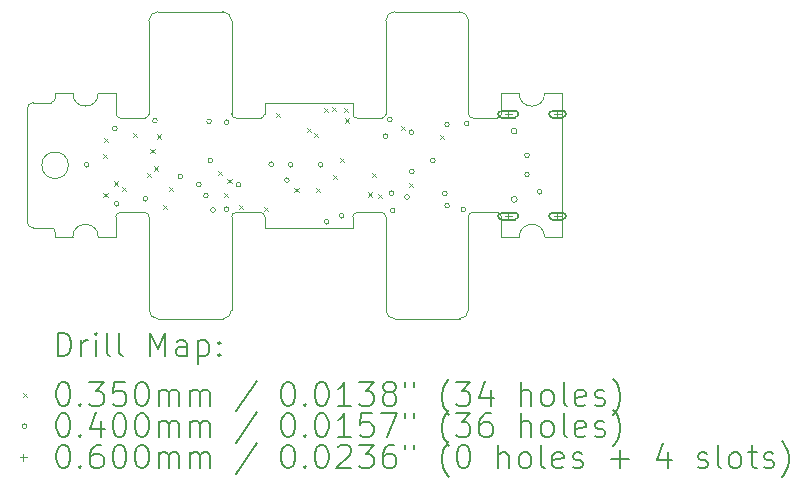
<source format=gbr>
%TF.GenerationSoftware,KiCad,Pcbnew,7.0.6*%
%TF.CreationDate,2023-09-06T22:26:21-07:00*%
%TF.ProjectId,GCP-2,4743502d-322e-46b6-9963-61645f706362,rev?*%
%TF.SameCoordinates,Original*%
%TF.FileFunction,Drillmap*%
%TF.FilePolarity,Positive*%
%FSLAX45Y45*%
G04 Gerber Fmt 4.5, Leading zero omitted, Abs format (unit mm)*
G04 Created by KiCad (PCBNEW 7.0.6) date 2023-09-06 22:26:21*
%MOMM*%
%LPD*%
G01*
G04 APERTURE LIST*
%ADD10C,0.100000*%
%ADD11C,0.200000*%
%ADD12C,0.035000*%
%ADD13C,0.040000*%
%ADD14C,0.060000*%
G04 APERTURE END LIST*
D10*
X22111878Y-14076559D02*
X22111878Y-15292100D01*
X19236900Y-15984330D02*
G75*
G03*
X19311900Y-15909329I0J75000D01*
G01*
X21561478Y-14284328D02*
G75*
G03*
X21596478Y-14249329I2J34998D01*
G01*
X18182111Y-15292100D02*
G75*
G03*
X17967111Y-15292100I-107500J0D01*
G01*
X20337321Y-14249329D02*
G75*
G03*
X20372322Y-14284329I35000J-1D01*
G01*
X17631900Y-14154060D02*
G75*
G03*
X17581900Y-14204059I0J-50000D01*
G01*
X20372322Y-15084332D02*
G75*
G03*
X20337322Y-15119329I-2J-34998D01*
G01*
X17781900Y-14154059D02*
X17631900Y-14154059D01*
X21316900Y-13459329D02*
X21316900Y-14249329D01*
X21241900Y-15984330D02*
G75*
G03*
X21316900Y-15909329I0J75000D01*
G01*
X18367322Y-15084332D02*
G75*
G03*
X18332322Y-15119329I-2J-34998D01*
G01*
X18576900Y-14284330D02*
G75*
G03*
X18611900Y-14249329I0J35000D01*
G01*
X17816900Y-15249600D02*
G75*
G03*
X17781900Y-15214600I-35000J0D01*
G01*
X20616901Y-15909329D02*
G75*
G03*
X20691900Y-15984329I75000J-1D01*
G01*
X18686900Y-13384329D02*
X19236900Y-13384329D01*
X21746683Y-14076559D02*
G75*
G03*
X21961683Y-14076559I107500J0D01*
G01*
X17816900Y-14119059D02*
X17816900Y-14076559D01*
X19236900Y-15984329D02*
X18686900Y-15984329D01*
X18611900Y-15909329D02*
X18611900Y-15119329D01*
X19311901Y-14249329D02*
G75*
G03*
X19346900Y-14284329I35000J-1D01*
G01*
X21961683Y-14076559D02*
X22111878Y-14076559D01*
X20581900Y-15084329D02*
X20372322Y-15084329D01*
X21316900Y-15119329D02*
X21316900Y-15909329D01*
X18332322Y-15119329D02*
X18332322Y-15292100D01*
X18576900Y-15084329D02*
X18367322Y-15084329D01*
X19591478Y-15214600D02*
X20337322Y-15214600D01*
X20616900Y-15909329D02*
X20616900Y-15119329D01*
X18367322Y-14284329D02*
X18576900Y-14284329D01*
X17816900Y-15249600D02*
X17816900Y-15292100D01*
X18332321Y-14249329D02*
G75*
G03*
X18367322Y-14284329I35000J-1D01*
G01*
X18611901Y-15909329D02*
G75*
G03*
X18686900Y-15984329I75000J-1D01*
G01*
X21596481Y-15119329D02*
G75*
G03*
X21561478Y-15084329I-35001J-1D01*
G01*
X19591478Y-14249329D02*
X19591478Y-14154059D01*
X17781900Y-15214600D02*
X17631900Y-15214600D01*
X21596478Y-14249329D02*
X21596478Y-14076559D01*
X19591478Y-15214600D02*
X19591478Y-15119329D01*
X21351900Y-14284329D02*
X21561478Y-14284329D01*
X21746689Y-15292100D02*
X21596478Y-15292100D01*
X17967111Y-14076559D02*
G75*
G03*
X18182111Y-14076559I107500J0D01*
G01*
X20337322Y-15119329D02*
X20337322Y-15214600D01*
X17967111Y-15292100D02*
X17816900Y-15292100D01*
X21351900Y-15084330D02*
G75*
G03*
X21316900Y-15119329I0J-35000D01*
G01*
X20691900Y-13384329D02*
X21241900Y-13384329D01*
X17781900Y-14154060D02*
G75*
G03*
X17816900Y-14119059I0J35000D01*
G01*
X21316901Y-14249329D02*
G75*
G03*
X21351900Y-14284329I35000J-1D01*
G01*
X21561478Y-15084329D02*
X21351900Y-15084329D01*
X19346900Y-14284329D02*
X19556478Y-14284329D01*
X19311900Y-15119329D02*
X19311900Y-15909329D01*
X18611900Y-14249329D02*
X18611900Y-13459329D01*
X18182111Y-15292100D02*
X18332322Y-15292100D01*
X20616901Y-15119329D02*
G75*
G03*
X20581900Y-15084329I-35001J-1D01*
G01*
X17581900Y-15164600D02*
G75*
G03*
X17631900Y-15214600I50000J0D01*
G01*
X21961689Y-15292100D02*
G75*
G03*
X21746689Y-15292100I-107500J0D01*
G01*
X21316901Y-13459329D02*
G75*
G03*
X21241900Y-13384329I-75001J-1D01*
G01*
X20616900Y-14249329D02*
X20616900Y-13459329D01*
X19556478Y-14284328D02*
G75*
G03*
X19591478Y-14249329I2J34998D01*
G01*
X19591481Y-15119329D02*
G75*
G03*
X19556478Y-15084329I-35001J-1D01*
G01*
X19346900Y-15084330D02*
G75*
G03*
X19311900Y-15119329I0J-35000D01*
G01*
X19311901Y-13459329D02*
G75*
G03*
X19236900Y-13384329I-75001J-1D01*
G01*
X18686900Y-13384330D02*
G75*
G03*
X18611900Y-13459329I0J-75000D01*
G01*
X21728878Y-14395329D02*
G75*
G03*
X21728878Y-14395329I-25000J0D01*
G01*
X18182111Y-14076559D02*
X18332322Y-14076559D01*
X20337322Y-14154059D02*
X20337322Y-14249329D01*
X20581900Y-14284330D02*
G75*
G03*
X20616900Y-14249329I0J35000D01*
G01*
X18332322Y-14076559D02*
X18332322Y-14249329D01*
X20372322Y-14284329D02*
X20581900Y-14284329D01*
X21961689Y-15292100D02*
X22111878Y-15292100D01*
X18611901Y-15119329D02*
G75*
G03*
X18576900Y-15084329I-35001J-1D01*
G01*
X20691900Y-13384330D02*
G75*
G03*
X20616900Y-13459329I0J-75000D01*
G01*
X17581900Y-14204059D02*
X17581900Y-15164600D01*
X21596478Y-15292100D02*
X21596478Y-15119329D01*
X17967111Y-14076559D02*
X17816900Y-14076559D01*
X19556478Y-15084329D02*
X19346900Y-15084329D01*
X21728878Y-14973329D02*
G75*
G03*
X21728878Y-14973329I-25000J0D01*
G01*
X20337322Y-14154059D02*
X19591478Y-14154059D01*
X19311900Y-13459329D02*
X19311900Y-14249329D01*
X17929400Y-14684329D02*
G75*
G03*
X17929400Y-14684329I-112500J0D01*
G01*
X21746683Y-14076559D02*
X21596478Y-14076559D01*
X21241900Y-15984329D02*
X20691900Y-15984329D01*
D11*
D12*
X18219700Y-14587500D02*
X18254700Y-14622500D01*
X18254700Y-14587500D02*
X18219700Y-14622500D01*
X18225962Y-14922292D02*
X18260962Y-14957292D01*
X18260962Y-14922292D02*
X18225962Y-14957292D01*
X18232691Y-14453947D02*
X18267691Y-14488947D01*
X18267691Y-14453947D02*
X18232691Y-14488947D01*
X18315453Y-14821079D02*
X18350453Y-14856079D01*
X18350453Y-14821079D02*
X18315453Y-14856079D01*
X18382888Y-14869728D02*
X18417888Y-14904728D01*
X18417888Y-14869728D02*
X18382888Y-14904728D01*
X18477005Y-14408923D02*
X18512005Y-14443923D01*
X18512005Y-14408923D02*
X18477005Y-14443923D01*
X18593089Y-14750303D02*
X18628089Y-14785303D01*
X18628089Y-14750303D02*
X18593089Y-14785303D01*
X18624397Y-14543668D02*
X18659397Y-14578668D01*
X18659397Y-14543668D02*
X18624397Y-14578668D01*
X18654920Y-14694847D02*
X18689920Y-14729847D01*
X18689920Y-14694847D02*
X18654920Y-14729847D01*
X18675833Y-14423918D02*
X18710833Y-14458918D01*
X18710833Y-14423918D02*
X18675833Y-14458918D01*
X18727700Y-15019300D02*
X18762700Y-15054300D01*
X18762700Y-15019300D02*
X18727700Y-15054300D01*
X18781648Y-14870720D02*
X18816648Y-14905720D01*
X18816648Y-14870720D02*
X18781648Y-14905720D01*
X19197247Y-14731969D02*
X19232247Y-14766969D01*
X19232247Y-14731969D02*
X19197247Y-14766969D01*
X19245596Y-14915611D02*
X19280596Y-14950611D01*
X19280596Y-14915611D02*
X19245596Y-14950611D01*
X19276158Y-14796995D02*
X19311158Y-14831995D01*
X19311158Y-14796995D02*
X19276158Y-14831995D01*
X19372338Y-15020745D02*
X19407338Y-15055745D01*
X19407338Y-15020745D02*
X19372338Y-15055745D01*
X19584757Y-15037604D02*
X19619757Y-15072604D01*
X19619757Y-15037604D02*
X19584757Y-15072604D01*
X19687981Y-14241965D02*
X19722981Y-14276965D01*
X19722981Y-14241965D02*
X19687981Y-14276965D01*
X19843116Y-14875856D02*
X19878116Y-14910856D01*
X19878116Y-14875856D02*
X19843116Y-14910856D01*
X19948986Y-14371617D02*
X19983986Y-14406617D01*
X19983986Y-14371617D02*
X19948986Y-14406617D01*
X20011282Y-14414005D02*
X20046282Y-14449005D01*
X20046282Y-14414005D02*
X20011282Y-14449005D01*
X20024127Y-14875313D02*
X20059127Y-14910313D01*
X20059127Y-14875313D02*
X20024127Y-14910313D01*
X20092217Y-14199583D02*
X20127217Y-14234583D01*
X20127217Y-14199583D02*
X20092217Y-14234583D01*
X20161883Y-14189287D02*
X20196883Y-14224287D01*
X20196883Y-14189287D02*
X20161883Y-14224287D01*
X20170812Y-14766616D02*
X20205812Y-14801616D01*
X20205812Y-14766616D02*
X20170812Y-14801616D01*
X20230382Y-14622433D02*
X20265382Y-14657433D01*
X20265382Y-14622433D02*
X20230382Y-14657433D01*
X20262071Y-14202774D02*
X20297071Y-14237774D01*
X20297071Y-14202774D02*
X20262071Y-14237774D01*
X20272668Y-14287870D02*
X20307668Y-14322870D01*
X20307668Y-14287870D02*
X20272668Y-14322870D01*
X20468964Y-14914311D02*
X20503964Y-14949311D01*
X20503964Y-14914311D02*
X20468964Y-14949311D01*
X20498002Y-14749437D02*
X20533002Y-14784437D01*
X20533002Y-14749437D02*
X20498002Y-14784437D01*
X20548440Y-14923704D02*
X20583440Y-14958704D01*
X20583440Y-14923704D02*
X20548440Y-14958704D01*
X20747498Y-14351942D02*
X20782498Y-14386942D01*
X20782498Y-14351942D02*
X20747498Y-14386942D01*
X20815580Y-14831340D02*
X20850580Y-14866340D01*
X20850580Y-14831340D02*
X20815580Y-14866340D01*
X21073273Y-14427554D02*
X21108273Y-14462554D01*
X21108273Y-14427554D02*
X21073273Y-14462554D01*
D13*
X18104800Y-14681200D02*
G75*
G03*
X18104800Y-14681200I-20000J0D01*
G01*
X18341920Y-14373784D02*
G75*
G03*
X18341920Y-14373784I-20000J0D01*
G01*
X18358800Y-15011400D02*
G75*
G03*
X18358800Y-15011400I-20000J0D01*
G01*
X18600501Y-14969141D02*
G75*
G03*
X18600501Y-14969141I-20000J0D01*
G01*
X18682894Y-14307024D02*
G75*
G03*
X18682894Y-14307024I-20000J0D01*
G01*
X18898141Y-14779170D02*
G75*
G03*
X18898141Y-14779170I-20000J0D01*
G01*
X19054204Y-14846530D02*
G75*
G03*
X19054204Y-14846530I-20000J0D01*
G01*
X19114135Y-14942263D02*
G75*
G03*
X19114135Y-14942263I-20000J0D01*
G01*
X19140756Y-14311872D02*
G75*
G03*
X19140756Y-14311872I-20000J0D01*
G01*
X19151856Y-14645179D02*
G75*
G03*
X19151856Y-14645179I-20000J0D01*
G01*
X19173531Y-15063022D02*
G75*
G03*
X19173531Y-15063022I-20000J0D01*
G01*
X19289230Y-15055580D02*
G75*
G03*
X19289230Y-15055580I-20000J0D01*
G01*
X19290316Y-14319820D02*
G75*
G03*
X19290316Y-14319820I-20000J0D01*
G01*
X19389570Y-14848661D02*
G75*
G03*
X19389570Y-14848661I-20000J0D01*
G01*
X19667076Y-14675130D02*
G75*
G03*
X19667076Y-14675130I-20000J0D01*
G01*
X19799187Y-14810322D02*
G75*
G03*
X19799187Y-14810322I-20000J0D01*
G01*
X19832000Y-14681200D02*
G75*
G03*
X19832000Y-14681200I-20000J0D01*
G01*
X20086000Y-14681200D02*
G75*
G03*
X20086000Y-14681200I-20000J0D01*
G01*
X20136800Y-15163800D02*
G75*
G03*
X20136800Y-15163800I-20000J0D01*
G01*
X20263800Y-15113000D02*
G75*
G03*
X20263800Y-15113000I-20000J0D01*
G01*
X20634556Y-14437926D02*
G75*
G03*
X20634556Y-14437926I-20000J0D01*
G01*
X20670682Y-14297276D02*
G75*
G03*
X20670682Y-14297276I-20000J0D01*
G01*
X20684940Y-14920850D02*
G75*
G03*
X20684940Y-14920850I-20000J0D01*
G01*
X20695064Y-15067756D02*
G75*
G03*
X20695064Y-15067756I-20000J0D01*
G01*
X20817144Y-14953487D02*
G75*
G03*
X20817144Y-14953487I-20000J0D01*
G01*
X20854391Y-14405525D02*
G75*
G03*
X20854391Y-14405525I-20000J0D01*
G01*
X20856792Y-14738824D02*
G75*
G03*
X20856792Y-14738824I-20000J0D01*
G01*
X21034287Y-14643650D02*
G75*
G03*
X21034287Y-14643650I-20000J0D01*
G01*
X21136134Y-14922613D02*
G75*
G03*
X21136134Y-14922613I-20000J0D01*
G01*
X21155413Y-14339498D02*
G75*
G03*
X21155413Y-14339498I-20000J0D01*
G01*
X21156272Y-15027391D02*
G75*
G03*
X21156272Y-15027391I-20000J0D01*
G01*
X21294122Y-15059103D02*
G75*
G03*
X21294122Y-15059103I-20000J0D01*
G01*
X21321632Y-14331409D02*
G75*
G03*
X21321632Y-14331409I-20000J0D01*
G01*
X21832877Y-14600272D02*
G75*
G03*
X21832877Y-14600272I-20000J0D01*
G01*
X21832877Y-14762317D02*
G75*
G03*
X21832877Y-14762317I-20000J0D01*
G01*
X21940200Y-14909800D02*
G75*
G03*
X21940200Y-14909800I-20000J0D01*
G01*
D14*
X21652619Y-14221095D02*
X21652619Y-14281095D01*
X21622619Y-14251095D02*
X21682619Y-14251095D01*
D11*
X21597619Y-14281095D02*
X21707619Y-14281095D01*
X21707619Y-14281095D02*
G75*
G03*
X21707619Y-14221095I0J30000D01*
G01*
X21707619Y-14221095D02*
X21597619Y-14221095D01*
X21597619Y-14221095D02*
G75*
G03*
X21597619Y-14281095I0J-30000D01*
G01*
D14*
X21652619Y-15085095D02*
X21652619Y-15145095D01*
X21622619Y-15115095D02*
X21682619Y-15115095D01*
D11*
X21597619Y-15145095D02*
X21707619Y-15145095D01*
X21707619Y-15145095D02*
G75*
G03*
X21707619Y-15085095I0J30000D01*
G01*
X21707619Y-15085095D02*
X21597619Y-15085095D01*
X21597619Y-15085095D02*
G75*
G03*
X21597619Y-15145095I0J-30000D01*
G01*
D14*
X22070619Y-14221095D02*
X22070619Y-14281095D01*
X22040619Y-14251095D02*
X22100619Y-14251095D01*
D11*
X22030619Y-14281095D02*
X22110619Y-14281095D01*
X22110619Y-14281095D02*
G75*
G03*
X22110619Y-14221095I0J30000D01*
G01*
X22110619Y-14221095D02*
X22030619Y-14221095D01*
X22030619Y-14221095D02*
G75*
G03*
X22030619Y-14281095I0J-30000D01*
G01*
D14*
X22070619Y-15085095D02*
X22070619Y-15145095D01*
X22040619Y-15115095D02*
X22100619Y-15115095D01*
D11*
X22030619Y-15145095D02*
X22110619Y-15145095D01*
X22110619Y-15145095D02*
G75*
G03*
X22110619Y-15085095I0J30000D01*
G01*
X22110619Y-15085095D02*
X22030619Y-15085095D01*
X22030619Y-15085095D02*
G75*
G03*
X22030619Y-15145095I0J-30000D01*
G01*
X17837677Y-16300813D02*
X17837677Y-16100813D01*
X17837677Y-16100813D02*
X17885296Y-16100813D01*
X17885296Y-16100813D02*
X17913867Y-16110337D01*
X17913867Y-16110337D02*
X17932915Y-16129385D01*
X17932915Y-16129385D02*
X17942439Y-16148432D01*
X17942439Y-16148432D02*
X17951963Y-16186527D01*
X17951963Y-16186527D02*
X17951963Y-16215099D01*
X17951963Y-16215099D02*
X17942439Y-16253194D01*
X17942439Y-16253194D02*
X17932915Y-16272242D01*
X17932915Y-16272242D02*
X17913867Y-16291289D01*
X17913867Y-16291289D02*
X17885296Y-16300813D01*
X17885296Y-16300813D02*
X17837677Y-16300813D01*
X18037677Y-16300813D02*
X18037677Y-16167480D01*
X18037677Y-16205575D02*
X18047201Y-16186527D01*
X18047201Y-16186527D02*
X18056724Y-16177004D01*
X18056724Y-16177004D02*
X18075772Y-16167480D01*
X18075772Y-16167480D02*
X18094820Y-16167480D01*
X18161486Y-16300813D02*
X18161486Y-16167480D01*
X18161486Y-16100813D02*
X18151963Y-16110337D01*
X18151963Y-16110337D02*
X18161486Y-16119861D01*
X18161486Y-16119861D02*
X18171010Y-16110337D01*
X18171010Y-16110337D02*
X18161486Y-16100813D01*
X18161486Y-16100813D02*
X18161486Y-16119861D01*
X18285296Y-16300813D02*
X18266248Y-16291289D01*
X18266248Y-16291289D02*
X18256724Y-16272242D01*
X18256724Y-16272242D02*
X18256724Y-16100813D01*
X18390058Y-16300813D02*
X18371010Y-16291289D01*
X18371010Y-16291289D02*
X18361486Y-16272242D01*
X18361486Y-16272242D02*
X18361486Y-16100813D01*
X18618629Y-16300813D02*
X18618629Y-16100813D01*
X18618629Y-16100813D02*
X18685296Y-16243670D01*
X18685296Y-16243670D02*
X18751963Y-16100813D01*
X18751963Y-16100813D02*
X18751963Y-16300813D01*
X18932915Y-16300813D02*
X18932915Y-16196051D01*
X18932915Y-16196051D02*
X18923391Y-16177004D01*
X18923391Y-16177004D02*
X18904344Y-16167480D01*
X18904344Y-16167480D02*
X18866248Y-16167480D01*
X18866248Y-16167480D02*
X18847201Y-16177004D01*
X18932915Y-16291289D02*
X18913867Y-16300813D01*
X18913867Y-16300813D02*
X18866248Y-16300813D01*
X18866248Y-16300813D02*
X18847201Y-16291289D01*
X18847201Y-16291289D02*
X18837677Y-16272242D01*
X18837677Y-16272242D02*
X18837677Y-16253194D01*
X18837677Y-16253194D02*
X18847201Y-16234147D01*
X18847201Y-16234147D02*
X18866248Y-16224623D01*
X18866248Y-16224623D02*
X18913867Y-16224623D01*
X18913867Y-16224623D02*
X18932915Y-16215099D01*
X19028153Y-16167480D02*
X19028153Y-16367480D01*
X19028153Y-16177004D02*
X19047201Y-16167480D01*
X19047201Y-16167480D02*
X19085296Y-16167480D01*
X19085296Y-16167480D02*
X19104344Y-16177004D01*
X19104344Y-16177004D02*
X19113867Y-16186527D01*
X19113867Y-16186527D02*
X19123391Y-16205575D01*
X19123391Y-16205575D02*
X19123391Y-16262718D01*
X19123391Y-16262718D02*
X19113867Y-16281766D01*
X19113867Y-16281766D02*
X19104344Y-16291289D01*
X19104344Y-16291289D02*
X19085296Y-16300813D01*
X19085296Y-16300813D02*
X19047201Y-16300813D01*
X19047201Y-16300813D02*
X19028153Y-16291289D01*
X19209105Y-16281766D02*
X19218629Y-16291289D01*
X19218629Y-16291289D02*
X19209105Y-16300813D01*
X19209105Y-16300813D02*
X19199582Y-16291289D01*
X19199582Y-16291289D02*
X19209105Y-16281766D01*
X19209105Y-16281766D02*
X19209105Y-16300813D01*
X19209105Y-16177004D02*
X19218629Y-16186527D01*
X19218629Y-16186527D02*
X19209105Y-16196051D01*
X19209105Y-16196051D02*
X19199582Y-16186527D01*
X19199582Y-16186527D02*
X19209105Y-16177004D01*
X19209105Y-16177004D02*
X19209105Y-16196051D01*
D12*
X17541900Y-16611829D02*
X17576900Y-16646829D01*
X17576900Y-16611829D02*
X17541900Y-16646829D01*
D11*
X17875772Y-16520813D02*
X17894820Y-16520813D01*
X17894820Y-16520813D02*
X17913867Y-16530337D01*
X17913867Y-16530337D02*
X17923391Y-16539861D01*
X17923391Y-16539861D02*
X17932915Y-16558908D01*
X17932915Y-16558908D02*
X17942439Y-16597004D01*
X17942439Y-16597004D02*
X17942439Y-16644623D01*
X17942439Y-16644623D02*
X17932915Y-16682718D01*
X17932915Y-16682718D02*
X17923391Y-16701766D01*
X17923391Y-16701766D02*
X17913867Y-16711289D01*
X17913867Y-16711289D02*
X17894820Y-16720813D01*
X17894820Y-16720813D02*
X17875772Y-16720813D01*
X17875772Y-16720813D02*
X17856724Y-16711289D01*
X17856724Y-16711289D02*
X17847201Y-16701766D01*
X17847201Y-16701766D02*
X17837677Y-16682718D01*
X17837677Y-16682718D02*
X17828153Y-16644623D01*
X17828153Y-16644623D02*
X17828153Y-16597004D01*
X17828153Y-16597004D02*
X17837677Y-16558908D01*
X17837677Y-16558908D02*
X17847201Y-16539861D01*
X17847201Y-16539861D02*
X17856724Y-16530337D01*
X17856724Y-16530337D02*
X17875772Y-16520813D01*
X18028153Y-16701766D02*
X18037677Y-16711289D01*
X18037677Y-16711289D02*
X18028153Y-16720813D01*
X18028153Y-16720813D02*
X18018629Y-16711289D01*
X18018629Y-16711289D02*
X18028153Y-16701766D01*
X18028153Y-16701766D02*
X18028153Y-16720813D01*
X18104344Y-16520813D02*
X18228153Y-16520813D01*
X18228153Y-16520813D02*
X18161486Y-16597004D01*
X18161486Y-16597004D02*
X18190058Y-16597004D01*
X18190058Y-16597004D02*
X18209105Y-16606527D01*
X18209105Y-16606527D02*
X18218629Y-16616051D01*
X18218629Y-16616051D02*
X18228153Y-16635099D01*
X18228153Y-16635099D02*
X18228153Y-16682718D01*
X18228153Y-16682718D02*
X18218629Y-16701766D01*
X18218629Y-16701766D02*
X18209105Y-16711289D01*
X18209105Y-16711289D02*
X18190058Y-16720813D01*
X18190058Y-16720813D02*
X18132915Y-16720813D01*
X18132915Y-16720813D02*
X18113867Y-16711289D01*
X18113867Y-16711289D02*
X18104344Y-16701766D01*
X18409105Y-16520813D02*
X18313867Y-16520813D01*
X18313867Y-16520813D02*
X18304344Y-16616051D01*
X18304344Y-16616051D02*
X18313867Y-16606527D01*
X18313867Y-16606527D02*
X18332915Y-16597004D01*
X18332915Y-16597004D02*
X18380534Y-16597004D01*
X18380534Y-16597004D02*
X18399582Y-16606527D01*
X18399582Y-16606527D02*
X18409105Y-16616051D01*
X18409105Y-16616051D02*
X18418629Y-16635099D01*
X18418629Y-16635099D02*
X18418629Y-16682718D01*
X18418629Y-16682718D02*
X18409105Y-16701766D01*
X18409105Y-16701766D02*
X18399582Y-16711289D01*
X18399582Y-16711289D02*
X18380534Y-16720813D01*
X18380534Y-16720813D02*
X18332915Y-16720813D01*
X18332915Y-16720813D02*
X18313867Y-16711289D01*
X18313867Y-16711289D02*
X18304344Y-16701766D01*
X18542439Y-16520813D02*
X18561486Y-16520813D01*
X18561486Y-16520813D02*
X18580534Y-16530337D01*
X18580534Y-16530337D02*
X18590058Y-16539861D01*
X18590058Y-16539861D02*
X18599582Y-16558908D01*
X18599582Y-16558908D02*
X18609105Y-16597004D01*
X18609105Y-16597004D02*
X18609105Y-16644623D01*
X18609105Y-16644623D02*
X18599582Y-16682718D01*
X18599582Y-16682718D02*
X18590058Y-16701766D01*
X18590058Y-16701766D02*
X18580534Y-16711289D01*
X18580534Y-16711289D02*
X18561486Y-16720813D01*
X18561486Y-16720813D02*
X18542439Y-16720813D01*
X18542439Y-16720813D02*
X18523391Y-16711289D01*
X18523391Y-16711289D02*
X18513867Y-16701766D01*
X18513867Y-16701766D02*
X18504344Y-16682718D01*
X18504344Y-16682718D02*
X18494820Y-16644623D01*
X18494820Y-16644623D02*
X18494820Y-16597004D01*
X18494820Y-16597004D02*
X18504344Y-16558908D01*
X18504344Y-16558908D02*
X18513867Y-16539861D01*
X18513867Y-16539861D02*
X18523391Y-16530337D01*
X18523391Y-16530337D02*
X18542439Y-16520813D01*
X18694820Y-16720813D02*
X18694820Y-16587480D01*
X18694820Y-16606527D02*
X18704344Y-16597004D01*
X18704344Y-16597004D02*
X18723391Y-16587480D01*
X18723391Y-16587480D02*
X18751963Y-16587480D01*
X18751963Y-16587480D02*
X18771010Y-16597004D01*
X18771010Y-16597004D02*
X18780534Y-16616051D01*
X18780534Y-16616051D02*
X18780534Y-16720813D01*
X18780534Y-16616051D02*
X18790058Y-16597004D01*
X18790058Y-16597004D02*
X18809105Y-16587480D01*
X18809105Y-16587480D02*
X18837677Y-16587480D01*
X18837677Y-16587480D02*
X18856725Y-16597004D01*
X18856725Y-16597004D02*
X18866248Y-16616051D01*
X18866248Y-16616051D02*
X18866248Y-16720813D01*
X18961486Y-16720813D02*
X18961486Y-16587480D01*
X18961486Y-16606527D02*
X18971010Y-16597004D01*
X18971010Y-16597004D02*
X18990058Y-16587480D01*
X18990058Y-16587480D02*
X19018629Y-16587480D01*
X19018629Y-16587480D02*
X19037677Y-16597004D01*
X19037677Y-16597004D02*
X19047201Y-16616051D01*
X19047201Y-16616051D02*
X19047201Y-16720813D01*
X19047201Y-16616051D02*
X19056725Y-16597004D01*
X19056725Y-16597004D02*
X19075772Y-16587480D01*
X19075772Y-16587480D02*
X19104344Y-16587480D01*
X19104344Y-16587480D02*
X19123391Y-16597004D01*
X19123391Y-16597004D02*
X19132915Y-16616051D01*
X19132915Y-16616051D02*
X19132915Y-16720813D01*
X19523391Y-16511289D02*
X19351963Y-16768432D01*
X19780534Y-16520813D02*
X19799582Y-16520813D01*
X19799582Y-16520813D02*
X19818629Y-16530337D01*
X19818629Y-16530337D02*
X19828153Y-16539861D01*
X19828153Y-16539861D02*
X19837677Y-16558908D01*
X19837677Y-16558908D02*
X19847201Y-16597004D01*
X19847201Y-16597004D02*
X19847201Y-16644623D01*
X19847201Y-16644623D02*
X19837677Y-16682718D01*
X19837677Y-16682718D02*
X19828153Y-16701766D01*
X19828153Y-16701766D02*
X19818629Y-16711289D01*
X19818629Y-16711289D02*
X19799582Y-16720813D01*
X19799582Y-16720813D02*
X19780534Y-16720813D01*
X19780534Y-16720813D02*
X19761487Y-16711289D01*
X19761487Y-16711289D02*
X19751963Y-16701766D01*
X19751963Y-16701766D02*
X19742439Y-16682718D01*
X19742439Y-16682718D02*
X19732915Y-16644623D01*
X19732915Y-16644623D02*
X19732915Y-16597004D01*
X19732915Y-16597004D02*
X19742439Y-16558908D01*
X19742439Y-16558908D02*
X19751963Y-16539861D01*
X19751963Y-16539861D02*
X19761487Y-16530337D01*
X19761487Y-16530337D02*
X19780534Y-16520813D01*
X19932915Y-16701766D02*
X19942439Y-16711289D01*
X19942439Y-16711289D02*
X19932915Y-16720813D01*
X19932915Y-16720813D02*
X19923391Y-16711289D01*
X19923391Y-16711289D02*
X19932915Y-16701766D01*
X19932915Y-16701766D02*
X19932915Y-16720813D01*
X20066248Y-16520813D02*
X20085296Y-16520813D01*
X20085296Y-16520813D02*
X20104344Y-16530337D01*
X20104344Y-16530337D02*
X20113868Y-16539861D01*
X20113868Y-16539861D02*
X20123391Y-16558908D01*
X20123391Y-16558908D02*
X20132915Y-16597004D01*
X20132915Y-16597004D02*
X20132915Y-16644623D01*
X20132915Y-16644623D02*
X20123391Y-16682718D01*
X20123391Y-16682718D02*
X20113868Y-16701766D01*
X20113868Y-16701766D02*
X20104344Y-16711289D01*
X20104344Y-16711289D02*
X20085296Y-16720813D01*
X20085296Y-16720813D02*
X20066248Y-16720813D01*
X20066248Y-16720813D02*
X20047201Y-16711289D01*
X20047201Y-16711289D02*
X20037677Y-16701766D01*
X20037677Y-16701766D02*
X20028153Y-16682718D01*
X20028153Y-16682718D02*
X20018629Y-16644623D01*
X20018629Y-16644623D02*
X20018629Y-16597004D01*
X20018629Y-16597004D02*
X20028153Y-16558908D01*
X20028153Y-16558908D02*
X20037677Y-16539861D01*
X20037677Y-16539861D02*
X20047201Y-16530337D01*
X20047201Y-16530337D02*
X20066248Y-16520813D01*
X20323391Y-16720813D02*
X20209106Y-16720813D01*
X20266248Y-16720813D02*
X20266248Y-16520813D01*
X20266248Y-16520813D02*
X20247201Y-16549385D01*
X20247201Y-16549385D02*
X20228153Y-16568432D01*
X20228153Y-16568432D02*
X20209106Y-16577956D01*
X20390058Y-16520813D02*
X20513868Y-16520813D01*
X20513868Y-16520813D02*
X20447201Y-16597004D01*
X20447201Y-16597004D02*
X20475772Y-16597004D01*
X20475772Y-16597004D02*
X20494820Y-16606527D01*
X20494820Y-16606527D02*
X20504344Y-16616051D01*
X20504344Y-16616051D02*
X20513868Y-16635099D01*
X20513868Y-16635099D02*
X20513868Y-16682718D01*
X20513868Y-16682718D02*
X20504344Y-16701766D01*
X20504344Y-16701766D02*
X20494820Y-16711289D01*
X20494820Y-16711289D02*
X20475772Y-16720813D01*
X20475772Y-16720813D02*
X20418629Y-16720813D01*
X20418629Y-16720813D02*
X20399582Y-16711289D01*
X20399582Y-16711289D02*
X20390058Y-16701766D01*
X20628153Y-16606527D02*
X20609106Y-16597004D01*
X20609106Y-16597004D02*
X20599582Y-16587480D01*
X20599582Y-16587480D02*
X20590058Y-16568432D01*
X20590058Y-16568432D02*
X20590058Y-16558908D01*
X20590058Y-16558908D02*
X20599582Y-16539861D01*
X20599582Y-16539861D02*
X20609106Y-16530337D01*
X20609106Y-16530337D02*
X20628153Y-16520813D01*
X20628153Y-16520813D02*
X20666249Y-16520813D01*
X20666249Y-16520813D02*
X20685296Y-16530337D01*
X20685296Y-16530337D02*
X20694820Y-16539861D01*
X20694820Y-16539861D02*
X20704344Y-16558908D01*
X20704344Y-16558908D02*
X20704344Y-16568432D01*
X20704344Y-16568432D02*
X20694820Y-16587480D01*
X20694820Y-16587480D02*
X20685296Y-16597004D01*
X20685296Y-16597004D02*
X20666249Y-16606527D01*
X20666249Y-16606527D02*
X20628153Y-16606527D01*
X20628153Y-16606527D02*
X20609106Y-16616051D01*
X20609106Y-16616051D02*
X20599582Y-16625575D01*
X20599582Y-16625575D02*
X20590058Y-16644623D01*
X20590058Y-16644623D02*
X20590058Y-16682718D01*
X20590058Y-16682718D02*
X20599582Y-16701766D01*
X20599582Y-16701766D02*
X20609106Y-16711289D01*
X20609106Y-16711289D02*
X20628153Y-16720813D01*
X20628153Y-16720813D02*
X20666249Y-16720813D01*
X20666249Y-16720813D02*
X20685296Y-16711289D01*
X20685296Y-16711289D02*
X20694820Y-16701766D01*
X20694820Y-16701766D02*
X20704344Y-16682718D01*
X20704344Y-16682718D02*
X20704344Y-16644623D01*
X20704344Y-16644623D02*
X20694820Y-16625575D01*
X20694820Y-16625575D02*
X20685296Y-16616051D01*
X20685296Y-16616051D02*
X20666249Y-16606527D01*
X20780534Y-16520813D02*
X20780534Y-16558908D01*
X20856725Y-16520813D02*
X20856725Y-16558908D01*
X21151963Y-16797004D02*
X21142439Y-16787480D01*
X21142439Y-16787480D02*
X21123391Y-16758908D01*
X21123391Y-16758908D02*
X21113868Y-16739861D01*
X21113868Y-16739861D02*
X21104344Y-16711289D01*
X21104344Y-16711289D02*
X21094820Y-16663670D01*
X21094820Y-16663670D02*
X21094820Y-16625575D01*
X21094820Y-16625575D02*
X21104344Y-16577956D01*
X21104344Y-16577956D02*
X21113868Y-16549385D01*
X21113868Y-16549385D02*
X21123391Y-16530337D01*
X21123391Y-16530337D02*
X21142439Y-16501766D01*
X21142439Y-16501766D02*
X21151963Y-16492242D01*
X21209106Y-16520813D02*
X21332915Y-16520813D01*
X21332915Y-16520813D02*
X21266249Y-16597004D01*
X21266249Y-16597004D02*
X21294820Y-16597004D01*
X21294820Y-16597004D02*
X21313868Y-16606527D01*
X21313868Y-16606527D02*
X21323391Y-16616051D01*
X21323391Y-16616051D02*
X21332915Y-16635099D01*
X21332915Y-16635099D02*
X21332915Y-16682718D01*
X21332915Y-16682718D02*
X21323391Y-16701766D01*
X21323391Y-16701766D02*
X21313868Y-16711289D01*
X21313868Y-16711289D02*
X21294820Y-16720813D01*
X21294820Y-16720813D02*
X21237677Y-16720813D01*
X21237677Y-16720813D02*
X21218630Y-16711289D01*
X21218630Y-16711289D02*
X21209106Y-16701766D01*
X21504344Y-16587480D02*
X21504344Y-16720813D01*
X21456725Y-16511289D02*
X21409106Y-16654147D01*
X21409106Y-16654147D02*
X21532915Y-16654147D01*
X21761487Y-16720813D02*
X21761487Y-16520813D01*
X21847201Y-16720813D02*
X21847201Y-16616051D01*
X21847201Y-16616051D02*
X21837677Y-16597004D01*
X21837677Y-16597004D02*
X21818630Y-16587480D01*
X21818630Y-16587480D02*
X21790058Y-16587480D01*
X21790058Y-16587480D02*
X21771011Y-16597004D01*
X21771011Y-16597004D02*
X21761487Y-16606527D01*
X21971011Y-16720813D02*
X21951963Y-16711289D01*
X21951963Y-16711289D02*
X21942439Y-16701766D01*
X21942439Y-16701766D02*
X21932915Y-16682718D01*
X21932915Y-16682718D02*
X21932915Y-16625575D01*
X21932915Y-16625575D02*
X21942439Y-16606527D01*
X21942439Y-16606527D02*
X21951963Y-16597004D01*
X21951963Y-16597004D02*
X21971011Y-16587480D01*
X21971011Y-16587480D02*
X21999582Y-16587480D01*
X21999582Y-16587480D02*
X22018630Y-16597004D01*
X22018630Y-16597004D02*
X22028153Y-16606527D01*
X22028153Y-16606527D02*
X22037677Y-16625575D01*
X22037677Y-16625575D02*
X22037677Y-16682718D01*
X22037677Y-16682718D02*
X22028153Y-16701766D01*
X22028153Y-16701766D02*
X22018630Y-16711289D01*
X22018630Y-16711289D02*
X21999582Y-16720813D01*
X21999582Y-16720813D02*
X21971011Y-16720813D01*
X22151963Y-16720813D02*
X22132915Y-16711289D01*
X22132915Y-16711289D02*
X22123392Y-16692242D01*
X22123392Y-16692242D02*
X22123392Y-16520813D01*
X22304344Y-16711289D02*
X22285296Y-16720813D01*
X22285296Y-16720813D02*
X22247201Y-16720813D01*
X22247201Y-16720813D02*
X22228153Y-16711289D01*
X22228153Y-16711289D02*
X22218630Y-16692242D01*
X22218630Y-16692242D02*
X22218630Y-16616051D01*
X22218630Y-16616051D02*
X22228153Y-16597004D01*
X22228153Y-16597004D02*
X22247201Y-16587480D01*
X22247201Y-16587480D02*
X22285296Y-16587480D01*
X22285296Y-16587480D02*
X22304344Y-16597004D01*
X22304344Y-16597004D02*
X22313868Y-16616051D01*
X22313868Y-16616051D02*
X22313868Y-16635099D01*
X22313868Y-16635099D02*
X22218630Y-16654147D01*
X22390058Y-16711289D02*
X22409106Y-16720813D01*
X22409106Y-16720813D02*
X22447201Y-16720813D01*
X22447201Y-16720813D02*
X22466249Y-16711289D01*
X22466249Y-16711289D02*
X22475772Y-16692242D01*
X22475772Y-16692242D02*
X22475772Y-16682718D01*
X22475772Y-16682718D02*
X22466249Y-16663670D01*
X22466249Y-16663670D02*
X22447201Y-16654147D01*
X22447201Y-16654147D02*
X22418630Y-16654147D01*
X22418630Y-16654147D02*
X22399582Y-16644623D01*
X22399582Y-16644623D02*
X22390058Y-16625575D01*
X22390058Y-16625575D02*
X22390058Y-16616051D01*
X22390058Y-16616051D02*
X22399582Y-16597004D01*
X22399582Y-16597004D02*
X22418630Y-16587480D01*
X22418630Y-16587480D02*
X22447201Y-16587480D01*
X22447201Y-16587480D02*
X22466249Y-16597004D01*
X22542439Y-16797004D02*
X22551963Y-16787480D01*
X22551963Y-16787480D02*
X22571011Y-16758908D01*
X22571011Y-16758908D02*
X22580534Y-16739861D01*
X22580534Y-16739861D02*
X22590058Y-16711289D01*
X22590058Y-16711289D02*
X22599582Y-16663670D01*
X22599582Y-16663670D02*
X22599582Y-16625575D01*
X22599582Y-16625575D02*
X22590058Y-16577956D01*
X22590058Y-16577956D02*
X22580534Y-16549385D01*
X22580534Y-16549385D02*
X22571011Y-16530337D01*
X22571011Y-16530337D02*
X22551963Y-16501766D01*
X22551963Y-16501766D02*
X22542439Y-16492242D01*
D13*
X17576900Y-16893330D02*
G75*
G03*
X17576900Y-16893330I-20000J0D01*
G01*
D11*
X17875772Y-16784813D02*
X17894820Y-16784813D01*
X17894820Y-16784813D02*
X17913867Y-16794337D01*
X17913867Y-16794337D02*
X17923391Y-16803861D01*
X17923391Y-16803861D02*
X17932915Y-16822909D01*
X17932915Y-16822909D02*
X17942439Y-16861004D01*
X17942439Y-16861004D02*
X17942439Y-16908623D01*
X17942439Y-16908623D02*
X17932915Y-16946718D01*
X17932915Y-16946718D02*
X17923391Y-16965766D01*
X17923391Y-16965766D02*
X17913867Y-16975290D01*
X17913867Y-16975290D02*
X17894820Y-16984813D01*
X17894820Y-16984813D02*
X17875772Y-16984813D01*
X17875772Y-16984813D02*
X17856724Y-16975290D01*
X17856724Y-16975290D02*
X17847201Y-16965766D01*
X17847201Y-16965766D02*
X17837677Y-16946718D01*
X17837677Y-16946718D02*
X17828153Y-16908623D01*
X17828153Y-16908623D02*
X17828153Y-16861004D01*
X17828153Y-16861004D02*
X17837677Y-16822909D01*
X17837677Y-16822909D02*
X17847201Y-16803861D01*
X17847201Y-16803861D02*
X17856724Y-16794337D01*
X17856724Y-16794337D02*
X17875772Y-16784813D01*
X18028153Y-16965766D02*
X18037677Y-16975290D01*
X18037677Y-16975290D02*
X18028153Y-16984813D01*
X18028153Y-16984813D02*
X18018629Y-16975290D01*
X18018629Y-16975290D02*
X18028153Y-16965766D01*
X18028153Y-16965766D02*
X18028153Y-16984813D01*
X18209105Y-16851480D02*
X18209105Y-16984813D01*
X18161486Y-16775289D02*
X18113867Y-16918147D01*
X18113867Y-16918147D02*
X18237677Y-16918147D01*
X18351963Y-16784813D02*
X18371010Y-16784813D01*
X18371010Y-16784813D02*
X18390058Y-16794337D01*
X18390058Y-16794337D02*
X18399582Y-16803861D01*
X18399582Y-16803861D02*
X18409105Y-16822909D01*
X18409105Y-16822909D02*
X18418629Y-16861004D01*
X18418629Y-16861004D02*
X18418629Y-16908623D01*
X18418629Y-16908623D02*
X18409105Y-16946718D01*
X18409105Y-16946718D02*
X18399582Y-16965766D01*
X18399582Y-16965766D02*
X18390058Y-16975290D01*
X18390058Y-16975290D02*
X18371010Y-16984813D01*
X18371010Y-16984813D02*
X18351963Y-16984813D01*
X18351963Y-16984813D02*
X18332915Y-16975290D01*
X18332915Y-16975290D02*
X18323391Y-16965766D01*
X18323391Y-16965766D02*
X18313867Y-16946718D01*
X18313867Y-16946718D02*
X18304344Y-16908623D01*
X18304344Y-16908623D02*
X18304344Y-16861004D01*
X18304344Y-16861004D02*
X18313867Y-16822909D01*
X18313867Y-16822909D02*
X18323391Y-16803861D01*
X18323391Y-16803861D02*
X18332915Y-16794337D01*
X18332915Y-16794337D02*
X18351963Y-16784813D01*
X18542439Y-16784813D02*
X18561486Y-16784813D01*
X18561486Y-16784813D02*
X18580534Y-16794337D01*
X18580534Y-16794337D02*
X18590058Y-16803861D01*
X18590058Y-16803861D02*
X18599582Y-16822909D01*
X18599582Y-16822909D02*
X18609105Y-16861004D01*
X18609105Y-16861004D02*
X18609105Y-16908623D01*
X18609105Y-16908623D02*
X18599582Y-16946718D01*
X18599582Y-16946718D02*
X18590058Y-16965766D01*
X18590058Y-16965766D02*
X18580534Y-16975290D01*
X18580534Y-16975290D02*
X18561486Y-16984813D01*
X18561486Y-16984813D02*
X18542439Y-16984813D01*
X18542439Y-16984813D02*
X18523391Y-16975290D01*
X18523391Y-16975290D02*
X18513867Y-16965766D01*
X18513867Y-16965766D02*
X18504344Y-16946718D01*
X18504344Y-16946718D02*
X18494820Y-16908623D01*
X18494820Y-16908623D02*
X18494820Y-16861004D01*
X18494820Y-16861004D02*
X18504344Y-16822909D01*
X18504344Y-16822909D02*
X18513867Y-16803861D01*
X18513867Y-16803861D02*
X18523391Y-16794337D01*
X18523391Y-16794337D02*
X18542439Y-16784813D01*
X18694820Y-16984813D02*
X18694820Y-16851480D01*
X18694820Y-16870528D02*
X18704344Y-16861004D01*
X18704344Y-16861004D02*
X18723391Y-16851480D01*
X18723391Y-16851480D02*
X18751963Y-16851480D01*
X18751963Y-16851480D02*
X18771010Y-16861004D01*
X18771010Y-16861004D02*
X18780534Y-16880051D01*
X18780534Y-16880051D02*
X18780534Y-16984813D01*
X18780534Y-16880051D02*
X18790058Y-16861004D01*
X18790058Y-16861004D02*
X18809105Y-16851480D01*
X18809105Y-16851480D02*
X18837677Y-16851480D01*
X18837677Y-16851480D02*
X18856725Y-16861004D01*
X18856725Y-16861004D02*
X18866248Y-16880051D01*
X18866248Y-16880051D02*
X18866248Y-16984813D01*
X18961486Y-16984813D02*
X18961486Y-16851480D01*
X18961486Y-16870528D02*
X18971010Y-16861004D01*
X18971010Y-16861004D02*
X18990058Y-16851480D01*
X18990058Y-16851480D02*
X19018629Y-16851480D01*
X19018629Y-16851480D02*
X19037677Y-16861004D01*
X19037677Y-16861004D02*
X19047201Y-16880051D01*
X19047201Y-16880051D02*
X19047201Y-16984813D01*
X19047201Y-16880051D02*
X19056725Y-16861004D01*
X19056725Y-16861004D02*
X19075772Y-16851480D01*
X19075772Y-16851480D02*
X19104344Y-16851480D01*
X19104344Y-16851480D02*
X19123391Y-16861004D01*
X19123391Y-16861004D02*
X19132915Y-16880051D01*
X19132915Y-16880051D02*
X19132915Y-16984813D01*
X19523391Y-16775289D02*
X19351963Y-17032432D01*
X19780534Y-16784813D02*
X19799582Y-16784813D01*
X19799582Y-16784813D02*
X19818629Y-16794337D01*
X19818629Y-16794337D02*
X19828153Y-16803861D01*
X19828153Y-16803861D02*
X19837677Y-16822909D01*
X19837677Y-16822909D02*
X19847201Y-16861004D01*
X19847201Y-16861004D02*
X19847201Y-16908623D01*
X19847201Y-16908623D02*
X19837677Y-16946718D01*
X19837677Y-16946718D02*
X19828153Y-16965766D01*
X19828153Y-16965766D02*
X19818629Y-16975290D01*
X19818629Y-16975290D02*
X19799582Y-16984813D01*
X19799582Y-16984813D02*
X19780534Y-16984813D01*
X19780534Y-16984813D02*
X19761487Y-16975290D01*
X19761487Y-16975290D02*
X19751963Y-16965766D01*
X19751963Y-16965766D02*
X19742439Y-16946718D01*
X19742439Y-16946718D02*
X19732915Y-16908623D01*
X19732915Y-16908623D02*
X19732915Y-16861004D01*
X19732915Y-16861004D02*
X19742439Y-16822909D01*
X19742439Y-16822909D02*
X19751963Y-16803861D01*
X19751963Y-16803861D02*
X19761487Y-16794337D01*
X19761487Y-16794337D02*
X19780534Y-16784813D01*
X19932915Y-16965766D02*
X19942439Y-16975290D01*
X19942439Y-16975290D02*
X19932915Y-16984813D01*
X19932915Y-16984813D02*
X19923391Y-16975290D01*
X19923391Y-16975290D02*
X19932915Y-16965766D01*
X19932915Y-16965766D02*
X19932915Y-16984813D01*
X20066248Y-16784813D02*
X20085296Y-16784813D01*
X20085296Y-16784813D02*
X20104344Y-16794337D01*
X20104344Y-16794337D02*
X20113868Y-16803861D01*
X20113868Y-16803861D02*
X20123391Y-16822909D01*
X20123391Y-16822909D02*
X20132915Y-16861004D01*
X20132915Y-16861004D02*
X20132915Y-16908623D01*
X20132915Y-16908623D02*
X20123391Y-16946718D01*
X20123391Y-16946718D02*
X20113868Y-16965766D01*
X20113868Y-16965766D02*
X20104344Y-16975290D01*
X20104344Y-16975290D02*
X20085296Y-16984813D01*
X20085296Y-16984813D02*
X20066248Y-16984813D01*
X20066248Y-16984813D02*
X20047201Y-16975290D01*
X20047201Y-16975290D02*
X20037677Y-16965766D01*
X20037677Y-16965766D02*
X20028153Y-16946718D01*
X20028153Y-16946718D02*
X20018629Y-16908623D01*
X20018629Y-16908623D02*
X20018629Y-16861004D01*
X20018629Y-16861004D02*
X20028153Y-16822909D01*
X20028153Y-16822909D02*
X20037677Y-16803861D01*
X20037677Y-16803861D02*
X20047201Y-16794337D01*
X20047201Y-16794337D02*
X20066248Y-16784813D01*
X20323391Y-16984813D02*
X20209106Y-16984813D01*
X20266248Y-16984813D02*
X20266248Y-16784813D01*
X20266248Y-16784813D02*
X20247201Y-16813385D01*
X20247201Y-16813385D02*
X20228153Y-16832432D01*
X20228153Y-16832432D02*
X20209106Y-16841956D01*
X20504344Y-16784813D02*
X20409106Y-16784813D01*
X20409106Y-16784813D02*
X20399582Y-16880051D01*
X20399582Y-16880051D02*
X20409106Y-16870528D01*
X20409106Y-16870528D02*
X20428153Y-16861004D01*
X20428153Y-16861004D02*
X20475772Y-16861004D01*
X20475772Y-16861004D02*
X20494820Y-16870528D01*
X20494820Y-16870528D02*
X20504344Y-16880051D01*
X20504344Y-16880051D02*
X20513868Y-16899099D01*
X20513868Y-16899099D02*
X20513868Y-16946718D01*
X20513868Y-16946718D02*
X20504344Y-16965766D01*
X20504344Y-16965766D02*
X20494820Y-16975290D01*
X20494820Y-16975290D02*
X20475772Y-16984813D01*
X20475772Y-16984813D02*
X20428153Y-16984813D01*
X20428153Y-16984813D02*
X20409106Y-16975290D01*
X20409106Y-16975290D02*
X20399582Y-16965766D01*
X20580534Y-16784813D02*
X20713868Y-16784813D01*
X20713868Y-16784813D02*
X20628153Y-16984813D01*
X20780534Y-16784813D02*
X20780534Y-16822909D01*
X20856725Y-16784813D02*
X20856725Y-16822909D01*
X21151963Y-17061004D02*
X21142439Y-17051480D01*
X21142439Y-17051480D02*
X21123391Y-17022909D01*
X21123391Y-17022909D02*
X21113868Y-17003861D01*
X21113868Y-17003861D02*
X21104344Y-16975290D01*
X21104344Y-16975290D02*
X21094820Y-16927670D01*
X21094820Y-16927670D02*
X21094820Y-16889575D01*
X21094820Y-16889575D02*
X21104344Y-16841956D01*
X21104344Y-16841956D02*
X21113868Y-16813385D01*
X21113868Y-16813385D02*
X21123391Y-16794337D01*
X21123391Y-16794337D02*
X21142439Y-16765766D01*
X21142439Y-16765766D02*
X21151963Y-16756242D01*
X21209106Y-16784813D02*
X21332915Y-16784813D01*
X21332915Y-16784813D02*
X21266249Y-16861004D01*
X21266249Y-16861004D02*
X21294820Y-16861004D01*
X21294820Y-16861004D02*
X21313868Y-16870528D01*
X21313868Y-16870528D02*
X21323391Y-16880051D01*
X21323391Y-16880051D02*
X21332915Y-16899099D01*
X21332915Y-16899099D02*
X21332915Y-16946718D01*
X21332915Y-16946718D02*
X21323391Y-16965766D01*
X21323391Y-16965766D02*
X21313868Y-16975290D01*
X21313868Y-16975290D02*
X21294820Y-16984813D01*
X21294820Y-16984813D02*
X21237677Y-16984813D01*
X21237677Y-16984813D02*
X21218630Y-16975290D01*
X21218630Y-16975290D02*
X21209106Y-16965766D01*
X21504344Y-16784813D02*
X21466249Y-16784813D01*
X21466249Y-16784813D02*
X21447201Y-16794337D01*
X21447201Y-16794337D02*
X21437677Y-16803861D01*
X21437677Y-16803861D02*
X21418630Y-16832432D01*
X21418630Y-16832432D02*
X21409106Y-16870528D01*
X21409106Y-16870528D02*
X21409106Y-16946718D01*
X21409106Y-16946718D02*
X21418630Y-16965766D01*
X21418630Y-16965766D02*
X21428153Y-16975290D01*
X21428153Y-16975290D02*
X21447201Y-16984813D01*
X21447201Y-16984813D02*
X21485296Y-16984813D01*
X21485296Y-16984813D02*
X21504344Y-16975290D01*
X21504344Y-16975290D02*
X21513868Y-16965766D01*
X21513868Y-16965766D02*
X21523391Y-16946718D01*
X21523391Y-16946718D02*
X21523391Y-16899099D01*
X21523391Y-16899099D02*
X21513868Y-16880051D01*
X21513868Y-16880051D02*
X21504344Y-16870528D01*
X21504344Y-16870528D02*
X21485296Y-16861004D01*
X21485296Y-16861004D02*
X21447201Y-16861004D01*
X21447201Y-16861004D02*
X21428153Y-16870528D01*
X21428153Y-16870528D02*
X21418630Y-16880051D01*
X21418630Y-16880051D02*
X21409106Y-16899099D01*
X21761487Y-16984813D02*
X21761487Y-16784813D01*
X21847201Y-16984813D02*
X21847201Y-16880051D01*
X21847201Y-16880051D02*
X21837677Y-16861004D01*
X21837677Y-16861004D02*
X21818630Y-16851480D01*
X21818630Y-16851480D02*
X21790058Y-16851480D01*
X21790058Y-16851480D02*
X21771011Y-16861004D01*
X21771011Y-16861004D02*
X21761487Y-16870528D01*
X21971011Y-16984813D02*
X21951963Y-16975290D01*
X21951963Y-16975290D02*
X21942439Y-16965766D01*
X21942439Y-16965766D02*
X21932915Y-16946718D01*
X21932915Y-16946718D02*
X21932915Y-16889575D01*
X21932915Y-16889575D02*
X21942439Y-16870528D01*
X21942439Y-16870528D02*
X21951963Y-16861004D01*
X21951963Y-16861004D02*
X21971011Y-16851480D01*
X21971011Y-16851480D02*
X21999582Y-16851480D01*
X21999582Y-16851480D02*
X22018630Y-16861004D01*
X22018630Y-16861004D02*
X22028153Y-16870528D01*
X22028153Y-16870528D02*
X22037677Y-16889575D01*
X22037677Y-16889575D02*
X22037677Y-16946718D01*
X22037677Y-16946718D02*
X22028153Y-16965766D01*
X22028153Y-16965766D02*
X22018630Y-16975290D01*
X22018630Y-16975290D02*
X21999582Y-16984813D01*
X21999582Y-16984813D02*
X21971011Y-16984813D01*
X22151963Y-16984813D02*
X22132915Y-16975290D01*
X22132915Y-16975290D02*
X22123392Y-16956242D01*
X22123392Y-16956242D02*
X22123392Y-16784813D01*
X22304344Y-16975290D02*
X22285296Y-16984813D01*
X22285296Y-16984813D02*
X22247201Y-16984813D01*
X22247201Y-16984813D02*
X22228153Y-16975290D01*
X22228153Y-16975290D02*
X22218630Y-16956242D01*
X22218630Y-16956242D02*
X22218630Y-16880051D01*
X22218630Y-16880051D02*
X22228153Y-16861004D01*
X22228153Y-16861004D02*
X22247201Y-16851480D01*
X22247201Y-16851480D02*
X22285296Y-16851480D01*
X22285296Y-16851480D02*
X22304344Y-16861004D01*
X22304344Y-16861004D02*
X22313868Y-16880051D01*
X22313868Y-16880051D02*
X22313868Y-16899099D01*
X22313868Y-16899099D02*
X22218630Y-16918147D01*
X22390058Y-16975290D02*
X22409106Y-16984813D01*
X22409106Y-16984813D02*
X22447201Y-16984813D01*
X22447201Y-16984813D02*
X22466249Y-16975290D01*
X22466249Y-16975290D02*
X22475772Y-16956242D01*
X22475772Y-16956242D02*
X22475772Y-16946718D01*
X22475772Y-16946718D02*
X22466249Y-16927670D01*
X22466249Y-16927670D02*
X22447201Y-16918147D01*
X22447201Y-16918147D02*
X22418630Y-16918147D01*
X22418630Y-16918147D02*
X22399582Y-16908623D01*
X22399582Y-16908623D02*
X22390058Y-16889575D01*
X22390058Y-16889575D02*
X22390058Y-16880051D01*
X22390058Y-16880051D02*
X22399582Y-16861004D01*
X22399582Y-16861004D02*
X22418630Y-16851480D01*
X22418630Y-16851480D02*
X22447201Y-16851480D01*
X22447201Y-16851480D02*
X22466249Y-16861004D01*
X22542439Y-17061004D02*
X22551963Y-17051480D01*
X22551963Y-17051480D02*
X22571011Y-17022909D01*
X22571011Y-17022909D02*
X22580534Y-17003861D01*
X22580534Y-17003861D02*
X22590058Y-16975290D01*
X22590058Y-16975290D02*
X22599582Y-16927670D01*
X22599582Y-16927670D02*
X22599582Y-16889575D01*
X22599582Y-16889575D02*
X22590058Y-16841956D01*
X22590058Y-16841956D02*
X22580534Y-16813385D01*
X22580534Y-16813385D02*
X22571011Y-16794337D01*
X22571011Y-16794337D02*
X22551963Y-16765766D01*
X22551963Y-16765766D02*
X22542439Y-16756242D01*
D14*
X17546900Y-17127330D02*
X17546900Y-17187330D01*
X17516900Y-17157330D02*
X17576900Y-17157330D01*
D11*
X17875772Y-17048813D02*
X17894820Y-17048813D01*
X17894820Y-17048813D02*
X17913867Y-17058337D01*
X17913867Y-17058337D02*
X17923391Y-17067861D01*
X17923391Y-17067861D02*
X17932915Y-17086909D01*
X17932915Y-17086909D02*
X17942439Y-17125004D01*
X17942439Y-17125004D02*
X17942439Y-17172623D01*
X17942439Y-17172623D02*
X17932915Y-17210718D01*
X17932915Y-17210718D02*
X17923391Y-17229766D01*
X17923391Y-17229766D02*
X17913867Y-17239290D01*
X17913867Y-17239290D02*
X17894820Y-17248813D01*
X17894820Y-17248813D02*
X17875772Y-17248813D01*
X17875772Y-17248813D02*
X17856724Y-17239290D01*
X17856724Y-17239290D02*
X17847201Y-17229766D01*
X17847201Y-17229766D02*
X17837677Y-17210718D01*
X17837677Y-17210718D02*
X17828153Y-17172623D01*
X17828153Y-17172623D02*
X17828153Y-17125004D01*
X17828153Y-17125004D02*
X17837677Y-17086909D01*
X17837677Y-17086909D02*
X17847201Y-17067861D01*
X17847201Y-17067861D02*
X17856724Y-17058337D01*
X17856724Y-17058337D02*
X17875772Y-17048813D01*
X18028153Y-17229766D02*
X18037677Y-17239290D01*
X18037677Y-17239290D02*
X18028153Y-17248813D01*
X18028153Y-17248813D02*
X18018629Y-17239290D01*
X18018629Y-17239290D02*
X18028153Y-17229766D01*
X18028153Y-17229766D02*
X18028153Y-17248813D01*
X18209105Y-17048813D02*
X18171010Y-17048813D01*
X18171010Y-17048813D02*
X18151963Y-17058337D01*
X18151963Y-17058337D02*
X18142439Y-17067861D01*
X18142439Y-17067861D02*
X18123391Y-17096432D01*
X18123391Y-17096432D02*
X18113867Y-17134528D01*
X18113867Y-17134528D02*
X18113867Y-17210718D01*
X18113867Y-17210718D02*
X18123391Y-17229766D01*
X18123391Y-17229766D02*
X18132915Y-17239290D01*
X18132915Y-17239290D02*
X18151963Y-17248813D01*
X18151963Y-17248813D02*
X18190058Y-17248813D01*
X18190058Y-17248813D02*
X18209105Y-17239290D01*
X18209105Y-17239290D02*
X18218629Y-17229766D01*
X18218629Y-17229766D02*
X18228153Y-17210718D01*
X18228153Y-17210718D02*
X18228153Y-17163099D01*
X18228153Y-17163099D02*
X18218629Y-17144051D01*
X18218629Y-17144051D02*
X18209105Y-17134528D01*
X18209105Y-17134528D02*
X18190058Y-17125004D01*
X18190058Y-17125004D02*
X18151963Y-17125004D01*
X18151963Y-17125004D02*
X18132915Y-17134528D01*
X18132915Y-17134528D02*
X18123391Y-17144051D01*
X18123391Y-17144051D02*
X18113867Y-17163099D01*
X18351963Y-17048813D02*
X18371010Y-17048813D01*
X18371010Y-17048813D02*
X18390058Y-17058337D01*
X18390058Y-17058337D02*
X18399582Y-17067861D01*
X18399582Y-17067861D02*
X18409105Y-17086909D01*
X18409105Y-17086909D02*
X18418629Y-17125004D01*
X18418629Y-17125004D02*
X18418629Y-17172623D01*
X18418629Y-17172623D02*
X18409105Y-17210718D01*
X18409105Y-17210718D02*
X18399582Y-17229766D01*
X18399582Y-17229766D02*
X18390058Y-17239290D01*
X18390058Y-17239290D02*
X18371010Y-17248813D01*
X18371010Y-17248813D02*
X18351963Y-17248813D01*
X18351963Y-17248813D02*
X18332915Y-17239290D01*
X18332915Y-17239290D02*
X18323391Y-17229766D01*
X18323391Y-17229766D02*
X18313867Y-17210718D01*
X18313867Y-17210718D02*
X18304344Y-17172623D01*
X18304344Y-17172623D02*
X18304344Y-17125004D01*
X18304344Y-17125004D02*
X18313867Y-17086909D01*
X18313867Y-17086909D02*
X18323391Y-17067861D01*
X18323391Y-17067861D02*
X18332915Y-17058337D01*
X18332915Y-17058337D02*
X18351963Y-17048813D01*
X18542439Y-17048813D02*
X18561486Y-17048813D01*
X18561486Y-17048813D02*
X18580534Y-17058337D01*
X18580534Y-17058337D02*
X18590058Y-17067861D01*
X18590058Y-17067861D02*
X18599582Y-17086909D01*
X18599582Y-17086909D02*
X18609105Y-17125004D01*
X18609105Y-17125004D02*
X18609105Y-17172623D01*
X18609105Y-17172623D02*
X18599582Y-17210718D01*
X18599582Y-17210718D02*
X18590058Y-17229766D01*
X18590058Y-17229766D02*
X18580534Y-17239290D01*
X18580534Y-17239290D02*
X18561486Y-17248813D01*
X18561486Y-17248813D02*
X18542439Y-17248813D01*
X18542439Y-17248813D02*
X18523391Y-17239290D01*
X18523391Y-17239290D02*
X18513867Y-17229766D01*
X18513867Y-17229766D02*
X18504344Y-17210718D01*
X18504344Y-17210718D02*
X18494820Y-17172623D01*
X18494820Y-17172623D02*
X18494820Y-17125004D01*
X18494820Y-17125004D02*
X18504344Y-17086909D01*
X18504344Y-17086909D02*
X18513867Y-17067861D01*
X18513867Y-17067861D02*
X18523391Y-17058337D01*
X18523391Y-17058337D02*
X18542439Y-17048813D01*
X18694820Y-17248813D02*
X18694820Y-17115480D01*
X18694820Y-17134528D02*
X18704344Y-17125004D01*
X18704344Y-17125004D02*
X18723391Y-17115480D01*
X18723391Y-17115480D02*
X18751963Y-17115480D01*
X18751963Y-17115480D02*
X18771010Y-17125004D01*
X18771010Y-17125004D02*
X18780534Y-17144051D01*
X18780534Y-17144051D02*
X18780534Y-17248813D01*
X18780534Y-17144051D02*
X18790058Y-17125004D01*
X18790058Y-17125004D02*
X18809105Y-17115480D01*
X18809105Y-17115480D02*
X18837677Y-17115480D01*
X18837677Y-17115480D02*
X18856725Y-17125004D01*
X18856725Y-17125004D02*
X18866248Y-17144051D01*
X18866248Y-17144051D02*
X18866248Y-17248813D01*
X18961486Y-17248813D02*
X18961486Y-17115480D01*
X18961486Y-17134528D02*
X18971010Y-17125004D01*
X18971010Y-17125004D02*
X18990058Y-17115480D01*
X18990058Y-17115480D02*
X19018629Y-17115480D01*
X19018629Y-17115480D02*
X19037677Y-17125004D01*
X19037677Y-17125004D02*
X19047201Y-17144051D01*
X19047201Y-17144051D02*
X19047201Y-17248813D01*
X19047201Y-17144051D02*
X19056725Y-17125004D01*
X19056725Y-17125004D02*
X19075772Y-17115480D01*
X19075772Y-17115480D02*
X19104344Y-17115480D01*
X19104344Y-17115480D02*
X19123391Y-17125004D01*
X19123391Y-17125004D02*
X19132915Y-17144051D01*
X19132915Y-17144051D02*
X19132915Y-17248813D01*
X19523391Y-17039290D02*
X19351963Y-17296432D01*
X19780534Y-17048813D02*
X19799582Y-17048813D01*
X19799582Y-17048813D02*
X19818629Y-17058337D01*
X19818629Y-17058337D02*
X19828153Y-17067861D01*
X19828153Y-17067861D02*
X19837677Y-17086909D01*
X19837677Y-17086909D02*
X19847201Y-17125004D01*
X19847201Y-17125004D02*
X19847201Y-17172623D01*
X19847201Y-17172623D02*
X19837677Y-17210718D01*
X19837677Y-17210718D02*
X19828153Y-17229766D01*
X19828153Y-17229766D02*
X19818629Y-17239290D01*
X19818629Y-17239290D02*
X19799582Y-17248813D01*
X19799582Y-17248813D02*
X19780534Y-17248813D01*
X19780534Y-17248813D02*
X19761487Y-17239290D01*
X19761487Y-17239290D02*
X19751963Y-17229766D01*
X19751963Y-17229766D02*
X19742439Y-17210718D01*
X19742439Y-17210718D02*
X19732915Y-17172623D01*
X19732915Y-17172623D02*
X19732915Y-17125004D01*
X19732915Y-17125004D02*
X19742439Y-17086909D01*
X19742439Y-17086909D02*
X19751963Y-17067861D01*
X19751963Y-17067861D02*
X19761487Y-17058337D01*
X19761487Y-17058337D02*
X19780534Y-17048813D01*
X19932915Y-17229766D02*
X19942439Y-17239290D01*
X19942439Y-17239290D02*
X19932915Y-17248813D01*
X19932915Y-17248813D02*
X19923391Y-17239290D01*
X19923391Y-17239290D02*
X19932915Y-17229766D01*
X19932915Y-17229766D02*
X19932915Y-17248813D01*
X20066248Y-17048813D02*
X20085296Y-17048813D01*
X20085296Y-17048813D02*
X20104344Y-17058337D01*
X20104344Y-17058337D02*
X20113868Y-17067861D01*
X20113868Y-17067861D02*
X20123391Y-17086909D01*
X20123391Y-17086909D02*
X20132915Y-17125004D01*
X20132915Y-17125004D02*
X20132915Y-17172623D01*
X20132915Y-17172623D02*
X20123391Y-17210718D01*
X20123391Y-17210718D02*
X20113868Y-17229766D01*
X20113868Y-17229766D02*
X20104344Y-17239290D01*
X20104344Y-17239290D02*
X20085296Y-17248813D01*
X20085296Y-17248813D02*
X20066248Y-17248813D01*
X20066248Y-17248813D02*
X20047201Y-17239290D01*
X20047201Y-17239290D02*
X20037677Y-17229766D01*
X20037677Y-17229766D02*
X20028153Y-17210718D01*
X20028153Y-17210718D02*
X20018629Y-17172623D01*
X20018629Y-17172623D02*
X20018629Y-17125004D01*
X20018629Y-17125004D02*
X20028153Y-17086909D01*
X20028153Y-17086909D02*
X20037677Y-17067861D01*
X20037677Y-17067861D02*
X20047201Y-17058337D01*
X20047201Y-17058337D02*
X20066248Y-17048813D01*
X20209106Y-17067861D02*
X20218629Y-17058337D01*
X20218629Y-17058337D02*
X20237677Y-17048813D01*
X20237677Y-17048813D02*
X20285296Y-17048813D01*
X20285296Y-17048813D02*
X20304344Y-17058337D01*
X20304344Y-17058337D02*
X20313868Y-17067861D01*
X20313868Y-17067861D02*
X20323391Y-17086909D01*
X20323391Y-17086909D02*
X20323391Y-17105956D01*
X20323391Y-17105956D02*
X20313868Y-17134528D01*
X20313868Y-17134528D02*
X20199582Y-17248813D01*
X20199582Y-17248813D02*
X20323391Y-17248813D01*
X20390058Y-17048813D02*
X20513868Y-17048813D01*
X20513868Y-17048813D02*
X20447201Y-17125004D01*
X20447201Y-17125004D02*
X20475772Y-17125004D01*
X20475772Y-17125004D02*
X20494820Y-17134528D01*
X20494820Y-17134528D02*
X20504344Y-17144051D01*
X20504344Y-17144051D02*
X20513868Y-17163099D01*
X20513868Y-17163099D02*
X20513868Y-17210718D01*
X20513868Y-17210718D02*
X20504344Y-17229766D01*
X20504344Y-17229766D02*
X20494820Y-17239290D01*
X20494820Y-17239290D02*
X20475772Y-17248813D01*
X20475772Y-17248813D02*
X20418629Y-17248813D01*
X20418629Y-17248813D02*
X20399582Y-17239290D01*
X20399582Y-17239290D02*
X20390058Y-17229766D01*
X20685296Y-17048813D02*
X20647201Y-17048813D01*
X20647201Y-17048813D02*
X20628153Y-17058337D01*
X20628153Y-17058337D02*
X20618629Y-17067861D01*
X20618629Y-17067861D02*
X20599582Y-17096432D01*
X20599582Y-17096432D02*
X20590058Y-17134528D01*
X20590058Y-17134528D02*
X20590058Y-17210718D01*
X20590058Y-17210718D02*
X20599582Y-17229766D01*
X20599582Y-17229766D02*
X20609106Y-17239290D01*
X20609106Y-17239290D02*
X20628153Y-17248813D01*
X20628153Y-17248813D02*
X20666249Y-17248813D01*
X20666249Y-17248813D02*
X20685296Y-17239290D01*
X20685296Y-17239290D02*
X20694820Y-17229766D01*
X20694820Y-17229766D02*
X20704344Y-17210718D01*
X20704344Y-17210718D02*
X20704344Y-17163099D01*
X20704344Y-17163099D02*
X20694820Y-17144051D01*
X20694820Y-17144051D02*
X20685296Y-17134528D01*
X20685296Y-17134528D02*
X20666249Y-17125004D01*
X20666249Y-17125004D02*
X20628153Y-17125004D01*
X20628153Y-17125004D02*
X20609106Y-17134528D01*
X20609106Y-17134528D02*
X20599582Y-17144051D01*
X20599582Y-17144051D02*
X20590058Y-17163099D01*
X20780534Y-17048813D02*
X20780534Y-17086909D01*
X20856725Y-17048813D02*
X20856725Y-17086909D01*
X21151963Y-17325004D02*
X21142439Y-17315480D01*
X21142439Y-17315480D02*
X21123391Y-17286909D01*
X21123391Y-17286909D02*
X21113868Y-17267861D01*
X21113868Y-17267861D02*
X21104344Y-17239290D01*
X21104344Y-17239290D02*
X21094820Y-17191670D01*
X21094820Y-17191670D02*
X21094820Y-17153575D01*
X21094820Y-17153575D02*
X21104344Y-17105956D01*
X21104344Y-17105956D02*
X21113868Y-17077385D01*
X21113868Y-17077385D02*
X21123391Y-17058337D01*
X21123391Y-17058337D02*
X21142439Y-17029766D01*
X21142439Y-17029766D02*
X21151963Y-17020242D01*
X21266249Y-17048813D02*
X21285296Y-17048813D01*
X21285296Y-17048813D02*
X21304344Y-17058337D01*
X21304344Y-17058337D02*
X21313868Y-17067861D01*
X21313868Y-17067861D02*
X21323391Y-17086909D01*
X21323391Y-17086909D02*
X21332915Y-17125004D01*
X21332915Y-17125004D02*
X21332915Y-17172623D01*
X21332915Y-17172623D02*
X21323391Y-17210718D01*
X21323391Y-17210718D02*
X21313868Y-17229766D01*
X21313868Y-17229766D02*
X21304344Y-17239290D01*
X21304344Y-17239290D02*
X21285296Y-17248813D01*
X21285296Y-17248813D02*
X21266249Y-17248813D01*
X21266249Y-17248813D02*
X21247201Y-17239290D01*
X21247201Y-17239290D02*
X21237677Y-17229766D01*
X21237677Y-17229766D02*
X21228153Y-17210718D01*
X21228153Y-17210718D02*
X21218630Y-17172623D01*
X21218630Y-17172623D02*
X21218630Y-17125004D01*
X21218630Y-17125004D02*
X21228153Y-17086909D01*
X21228153Y-17086909D02*
X21237677Y-17067861D01*
X21237677Y-17067861D02*
X21247201Y-17058337D01*
X21247201Y-17058337D02*
X21266249Y-17048813D01*
X21571011Y-17248813D02*
X21571011Y-17048813D01*
X21656725Y-17248813D02*
X21656725Y-17144051D01*
X21656725Y-17144051D02*
X21647201Y-17125004D01*
X21647201Y-17125004D02*
X21628153Y-17115480D01*
X21628153Y-17115480D02*
X21599582Y-17115480D01*
X21599582Y-17115480D02*
X21580534Y-17125004D01*
X21580534Y-17125004D02*
X21571011Y-17134528D01*
X21780534Y-17248813D02*
X21761487Y-17239290D01*
X21761487Y-17239290D02*
X21751963Y-17229766D01*
X21751963Y-17229766D02*
X21742439Y-17210718D01*
X21742439Y-17210718D02*
X21742439Y-17153575D01*
X21742439Y-17153575D02*
X21751963Y-17134528D01*
X21751963Y-17134528D02*
X21761487Y-17125004D01*
X21761487Y-17125004D02*
X21780534Y-17115480D01*
X21780534Y-17115480D02*
X21809106Y-17115480D01*
X21809106Y-17115480D02*
X21828153Y-17125004D01*
X21828153Y-17125004D02*
X21837677Y-17134528D01*
X21837677Y-17134528D02*
X21847201Y-17153575D01*
X21847201Y-17153575D02*
X21847201Y-17210718D01*
X21847201Y-17210718D02*
X21837677Y-17229766D01*
X21837677Y-17229766D02*
X21828153Y-17239290D01*
X21828153Y-17239290D02*
X21809106Y-17248813D01*
X21809106Y-17248813D02*
X21780534Y-17248813D01*
X21961487Y-17248813D02*
X21942439Y-17239290D01*
X21942439Y-17239290D02*
X21932915Y-17220242D01*
X21932915Y-17220242D02*
X21932915Y-17048813D01*
X22113868Y-17239290D02*
X22094820Y-17248813D01*
X22094820Y-17248813D02*
X22056725Y-17248813D01*
X22056725Y-17248813D02*
X22037677Y-17239290D01*
X22037677Y-17239290D02*
X22028153Y-17220242D01*
X22028153Y-17220242D02*
X22028153Y-17144051D01*
X22028153Y-17144051D02*
X22037677Y-17125004D01*
X22037677Y-17125004D02*
X22056725Y-17115480D01*
X22056725Y-17115480D02*
X22094820Y-17115480D01*
X22094820Y-17115480D02*
X22113868Y-17125004D01*
X22113868Y-17125004D02*
X22123392Y-17144051D01*
X22123392Y-17144051D02*
X22123392Y-17163099D01*
X22123392Y-17163099D02*
X22028153Y-17182147D01*
X22199582Y-17239290D02*
X22218630Y-17248813D01*
X22218630Y-17248813D02*
X22256725Y-17248813D01*
X22256725Y-17248813D02*
X22275773Y-17239290D01*
X22275773Y-17239290D02*
X22285296Y-17220242D01*
X22285296Y-17220242D02*
X22285296Y-17210718D01*
X22285296Y-17210718D02*
X22275773Y-17191670D01*
X22275773Y-17191670D02*
X22256725Y-17182147D01*
X22256725Y-17182147D02*
X22228153Y-17182147D01*
X22228153Y-17182147D02*
X22209106Y-17172623D01*
X22209106Y-17172623D02*
X22199582Y-17153575D01*
X22199582Y-17153575D02*
X22199582Y-17144051D01*
X22199582Y-17144051D02*
X22209106Y-17125004D01*
X22209106Y-17125004D02*
X22228153Y-17115480D01*
X22228153Y-17115480D02*
X22256725Y-17115480D01*
X22256725Y-17115480D02*
X22275773Y-17125004D01*
X22523392Y-17172623D02*
X22675773Y-17172623D01*
X22599582Y-17248813D02*
X22599582Y-17096432D01*
X23009106Y-17115480D02*
X23009106Y-17248813D01*
X22961487Y-17039290D02*
X22913868Y-17182147D01*
X22913868Y-17182147D02*
X23037677Y-17182147D01*
X23256725Y-17239290D02*
X23275773Y-17248813D01*
X23275773Y-17248813D02*
X23313868Y-17248813D01*
X23313868Y-17248813D02*
X23332915Y-17239290D01*
X23332915Y-17239290D02*
X23342439Y-17220242D01*
X23342439Y-17220242D02*
X23342439Y-17210718D01*
X23342439Y-17210718D02*
X23332915Y-17191670D01*
X23332915Y-17191670D02*
X23313868Y-17182147D01*
X23313868Y-17182147D02*
X23285296Y-17182147D01*
X23285296Y-17182147D02*
X23266249Y-17172623D01*
X23266249Y-17172623D02*
X23256725Y-17153575D01*
X23256725Y-17153575D02*
X23256725Y-17144051D01*
X23256725Y-17144051D02*
X23266249Y-17125004D01*
X23266249Y-17125004D02*
X23285296Y-17115480D01*
X23285296Y-17115480D02*
X23313868Y-17115480D01*
X23313868Y-17115480D02*
X23332915Y-17125004D01*
X23456725Y-17248813D02*
X23437677Y-17239290D01*
X23437677Y-17239290D02*
X23428154Y-17220242D01*
X23428154Y-17220242D02*
X23428154Y-17048813D01*
X23561487Y-17248813D02*
X23542439Y-17239290D01*
X23542439Y-17239290D02*
X23532915Y-17229766D01*
X23532915Y-17229766D02*
X23523392Y-17210718D01*
X23523392Y-17210718D02*
X23523392Y-17153575D01*
X23523392Y-17153575D02*
X23532915Y-17134528D01*
X23532915Y-17134528D02*
X23542439Y-17125004D01*
X23542439Y-17125004D02*
X23561487Y-17115480D01*
X23561487Y-17115480D02*
X23590058Y-17115480D01*
X23590058Y-17115480D02*
X23609106Y-17125004D01*
X23609106Y-17125004D02*
X23618630Y-17134528D01*
X23618630Y-17134528D02*
X23628154Y-17153575D01*
X23628154Y-17153575D02*
X23628154Y-17210718D01*
X23628154Y-17210718D02*
X23618630Y-17229766D01*
X23618630Y-17229766D02*
X23609106Y-17239290D01*
X23609106Y-17239290D02*
X23590058Y-17248813D01*
X23590058Y-17248813D02*
X23561487Y-17248813D01*
X23685296Y-17115480D02*
X23761487Y-17115480D01*
X23713868Y-17048813D02*
X23713868Y-17220242D01*
X23713868Y-17220242D02*
X23723392Y-17239290D01*
X23723392Y-17239290D02*
X23742439Y-17248813D01*
X23742439Y-17248813D02*
X23761487Y-17248813D01*
X23818630Y-17239290D02*
X23837677Y-17248813D01*
X23837677Y-17248813D02*
X23875773Y-17248813D01*
X23875773Y-17248813D02*
X23894820Y-17239290D01*
X23894820Y-17239290D02*
X23904344Y-17220242D01*
X23904344Y-17220242D02*
X23904344Y-17210718D01*
X23904344Y-17210718D02*
X23894820Y-17191670D01*
X23894820Y-17191670D02*
X23875773Y-17182147D01*
X23875773Y-17182147D02*
X23847201Y-17182147D01*
X23847201Y-17182147D02*
X23828154Y-17172623D01*
X23828154Y-17172623D02*
X23818630Y-17153575D01*
X23818630Y-17153575D02*
X23818630Y-17144051D01*
X23818630Y-17144051D02*
X23828154Y-17125004D01*
X23828154Y-17125004D02*
X23847201Y-17115480D01*
X23847201Y-17115480D02*
X23875773Y-17115480D01*
X23875773Y-17115480D02*
X23894820Y-17125004D01*
X23971011Y-17325004D02*
X23980535Y-17315480D01*
X23980535Y-17315480D02*
X23999582Y-17286909D01*
X23999582Y-17286909D02*
X24009106Y-17267861D01*
X24009106Y-17267861D02*
X24018630Y-17239290D01*
X24018630Y-17239290D02*
X24028154Y-17191670D01*
X24028154Y-17191670D02*
X24028154Y-17153575D01*
X24028154Y-17153575D02*
X24018630Y-17105956D01*
X24018630Y-17105956D02*
X24009106Y-17077385D01*
X24009106Y-17077385D02*
X23999582Y-17058337D01*
X23999582Y-17058337D02*
X23980535Y-17029766D01*
X23980535Y-17029766D02*
X23971011Y-17020242D01*
M02*

</source>
